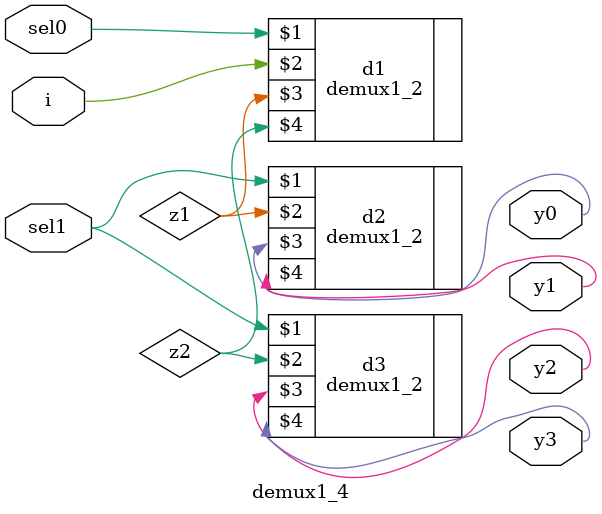
<source format=v>
module demux1_4(
  input sel0, sel1,
  input  i,
  output reg y0, y1, y2, y3);
  
  wire z1,z2;
  
  demux1_2 d1(sel0, i, z1, z2);
  demux1_2 d2(sel1, z1, y0, y1);
  demux1_2 d3(sel1, z2, y2, y3);
endmodule

</source>
